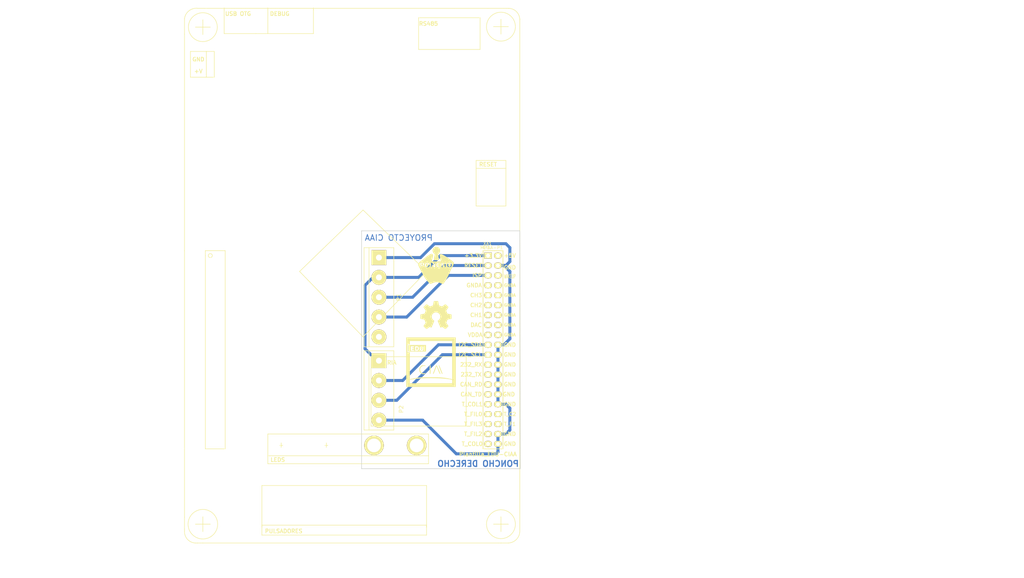
<source format=kicad_pcb>
(kicad_pcb (version 4) (host pcbnew "(2015-08-26 BZR 6128)-product")

  (general
    (links 17)
    (no_connects 0)
    (area 109.779999 74.854999 150.570001 135.965001)
    (thickness 1.6)
    (drawings 36)
    (tracks 49)
    (zones 0)
    (modules 9)
    (nets 7)
  )

  (page A4)
  (title_block
    (title "Poncho Derecho - Modelo - Ejemplo - Template")
    (date 2015-10-06)
    (rev 1.0)
    (company "Proyecto CIAA - COMPUTADORA INDUSTRIAL ABIERTA ARGENTINA")
    (comment 1 https://github.com/ciaa/Ponchos/tree/master/modelos/doc)
    (comment 2 "Autores y Licencia del template (Diego Brengi - UNLaM)")
    (comment 3 "Autor del poncho (COMPLETAR NOMBRE Y APELLIDO). Ver directorio \"doc\"")
    (comment 4 "CÓDIGO PONCHO:")
  )

  (layers
    (0 F.Cu signal)
    (31 B.Cu signal)
    (32 B.Adhes user)
    (33 F.Adhes user)
    (34 B.Paste user)
    (35 F.Paste user)
    (36 B.SilkS user)
    (37 F.SilkS user)
    (38 B.Mask user)
    (39 F.Mask user)
    (40 Dwgs.User user)
    (41 Cmts.User user)
    (42 Eco1.User user)
    (43 Eco2.User user)
    (44 Edge.Cuts user)
    (45 Margin user)
    (46 B.CrtYd user)
    (47 F.CrtYd user)
    (48 B.Fab user)
    (49 F.Fab user)
  )

  (setup
    (last_trace_width 0.762)
    (user_trace_width 0.508)
    (user_trace_width 0.635)
    (user_trace_width 0.762)
    (user_trace_width 1.016)
    (user_trace_width 1.27)
    (user_trace_width 1.524)
    (trace_clearance 0.508)
    (zone_clearance 0.508)
    (zone_45_only no)
    (trace_min 0.2)
    (segment_width 0.2)
    (edge_width 0.15)
    (via_size 0.6)
    (via_drill 0.4)
    (via_min_size 0.4)
    (via_min_drill 0.3)
    (uvia_size 0.3)
    (uvia_drill 0.1)
    (uvias_allowed no)
    (uvia_min_size 0)
    (uvia_min_drill 0)
    (pcb_text_width 0.3)
    (pcb_text_size 1.5 1.5)
    (mod_edge_width 0.15)
    (mod_text_size 0.000001 0.000001)
    (mod_text_width 0.15)
    (pad_size 5 5)
    (pad_drill 3.5)
    (pad_to_mask_clearance 0.2)
    (aux_axis_origin 0 0)
    (visible_elements 7FFEFF7F)
    (pcbplotparams
      (layerselection 0x00020_80000000)
      (usegerberextensions false)
      (excludeedgelayer false)
      (linewidth 0.100000)
      (plotframeref false)
      (viasonmask false)
      (mode 1)
      (useauxorigin false)
      (hpglpennumber 1)
      (hpglpenspeed 20)
      (hpglpendiameter 15)
      (hpglpenoverlay 2)
      (psnegative false)
      (psa4output false)
      (plotreference true)
      (plotvalue false)
      (plotinvisibletext false)
      (padsonsilk false)
      (subtractmaskfromsilk false)
      (outputformat 1)
      (mirror false)
      (drillshape 0)
      (scaleselection 1)
      (outputdirectory ""))
  )

  (net 0 "")
  (net 1 "Net-(P1-Pad3)")
  (net 2 "Net-(P1-Pad4)")
  (net 3 GND)
  (net 4 "Net-(P2-Pad2)")
  (net 5 "Net-(P2-Pad3)")
  (net 6 +3.3V)

  (net_class Default "This is the default net class."
    (clearance 0.508)
    (trace_width 0.381)
    (via_dia 0.6)
    (via_drill 0.4)
    (uvia_dia 0.3)
    (uvia_drill 0.1)
    (add_net +3.3V)
    (add_net GND)
    (add_net "Net-(P1-Pad3)")
    (add_net "Net-(P1-Pad4)")
    (add_net "Net-(P2-Pad2)")
    (add_net "Net-(P2-Pad3)")
  )

  (module Poncho_Modelos:bornier5 (layer F.Cu) (tedit 0) (tstamp 560EDCAD)
    (at 114.3 91.948 270)
    (descr "Bornier d'alimentation 4 pins")
    (tags DEV)
    (path /560ED139)
    (fp_text reference P1 (at 0 -5.08 270) (layer F.SilkS)
      (effects (font (size 1 1) (thickness 0.15)))
    )
    (fp_text value CONN_4 (at 0 5.08 270) (layer F.Fab)
      (effects (font (size 1 1) (thickness 0.15)))
    )
    (fp_line (start -12.7 3.81) (end 12.7 3.81) (layer F.SilkS) (width 0.15))
    (fp_line (start -12.7 2.54) (end 12.7 2.54) (layer F.SilkS) (width 0.15))
    (fp_line (start -12.7 -3.81) (end 12.7 -3.81) (layer F.SilkS) (width 0.15))
    (fp_line (start 12.7 -3.81) (end 12.7 3.81) (layer F.SilkS) (width 0.15))
    (fp_line (start -12.7 -3.81) (end -12.7 3.81) (layer F.SilkS) (width 0.15))
    (pad 2 thru_hole circle (at -5.08 0 270) (size 3.81 3.81) (drill 1.524) (layers *.Cu *.Mask F.SilkS)
      (net 6 +3.3V))
    (pad 3 thru_hole circle (at 0 0 270) (size 3.81 3.81) (drill 1.524) (layers *.Cu *.Mask F.SilkS)
      (net 1 "Net-(P1-Pad3)"))
    (pad 1 thru_hole rect (at -10.16 0 270) (size 3.81 3.81) (drill 1.524) (layers *.Cu *.Mask F.SilkS)
      (net 3 GND))
    (pad 4 thru_hole circle (at 5.08 0 270) (size 3.81 3.81) (drill 1.524) (layers *.Cu *.Mask F.SilkS)
      (net 2 "Net-(P1-Pad4)"))
    (pad 5 thru_hole circle (at 10.16 0 270) (size 3.81 3.81) (drill 1.524) (layers *.Cu *.Mask F.SilkS))
    (model Connect.3dshapes/bornier5.wrl
      (at (xyz 0 0 0))
      (scale (xyz 1 1 1))
      (rotate (xyz 0 0 0))
    )
  )

  (module Poncho_Modelos:bornier4 (layer F.Cu) (tedit 561350CE) (tstamp 560EDCBA)
    (at 114.3 115.824 270)
    (descr "Bornier d'alimentation 4 pins")
    (tags DEV)
    (path /560ED17A)
    (fp_text reference P2 (at 4.826 -5.715 270) (layer F.SilkS)
      (effects (font (size 1 1) (thickness 0.15)))
    )
    (fp_text value CONN_4 (at 0 5.08 270) (layer F.Fab)
      (effects (font (size 1 1) (thickness 0.15)))
    )
    (fp_line (start -10.16 -3.81) (end -10.16 3.81) (layer F.SilkS) (width 0.15))
    (fp_line (start 10.16 3.81) (end 10.16 -3.81) (layer F.SilkS) (width 0.15))
    (fp_line (start 10.16 2.54) (end -10.16 2.54) (layer F.SilkS) (width 0.15))
    (fp_line (start -10.16 -3.81) (end 10.16 -3.81) (layer F.SilkS) (width 0.15))
    (fp_line (start -10.16 3.81) (end 10.16 3.81) (layer F.SilkS) (width 0.15))
    (pad 2 thru_hole circle (at -2.54 0 270) (size 3.81 3.81) (drill 1.524) (layers *.Cu *.Mask F.SilkS)
      (net 4 "Net-(P2-Pad2)"))
    (pad 3 thru_hole circle (at 2.54 0 270) (size 3.81 3.81) (drill 1.524) (layers *.Cu *.Mask F.SilkS)
      (net 5 "Net-(P2-Pad3)"))
    (pad 1 thru_hole rect (at -7.62 0 270) (size 3.81 3.81) (drill 1.524) (layers *.Cu *.Mask F.SilkS)
      (net 6 +3.3V))
    (pad 4 thru_hole circle (at 7.62 0 270) (size 3.81 3.81) (drill 1.524) (layers *.Cu *.Mask F.SilkS)
      (net 3 GND))
    (model Connect.3dshapes/bornier4.wrl
      (at (xyz 0 0 0))
      (scale (xyz 1 1 1))
      (rotate (xyz 0 0 0))
    )
  )

  (module Poncho_Modelos:Led_Hole (layer F.Cu) (tedit 5613342C) (tstamp 56133650)
    (at 113.03 129.921)
    (path /5613C419)
    (fp_text reference H1 (at 0.127 3.937) (layer F.SilkS) hide
      (effects (font (size 1 1) (thickness 0.15)))
    )
    (fp_text value PCB_HOLE (at 0.127 -3.429) (layer Dwgs.User) hide
      (effects (font (size 1 1) (thickness 0.15)))
    )
    (pad 1 thru_hole circle (at 0 0) (size 5 5) (drill 3.5) (layers *.Cu *.Mask F.SilkS))
  )

  (module Poncho_Modelos:Led_Hole (layer F.Cu) (tedit 5613342C) (tstamp 56133655)
    (at 123.952 129.921)
    (path /5613C2CE)
    (fp_text reference H2 (at 0.127 3.937) (layer F.SilkS) hide
      (effects (font (size 1 1) (thickness 0.15)))
    )
    (fp_text value PCB_HOLE (at 0.127 -3.429) (layer Dwgs.User) hide
      (effects (font (size 1 1) (thickness 0.15)))
    )
    (pad 1 thru_hole circle (at 0 0) (size 5 5) (drill 3.5) (layers *.Cu *.Mask F.SilkS))
  )

  (module Poncho_Esqueleto:Plantilla_EDU-CIAA locked (layer F.Cu) (tedit 56133CC8) (tstamp 56133CAC)
    (at 142.24 81.28)
    (tags "plantilla poncho EDU CIAA")
    (fp_text reference MP1 (at -0.762 -2.032) (layer F.SilkS)
      (effects (font (size 0.8 0.8) (thickness 0.12)))
    )
    (fp_text value Plantilla_EDU-CIAA (at -0.03 50.9) (layer F.SilkS)
      (effects (font (size 1.016 1.016) (thickness 0.2032)))
    )
    (fp_circle (center -71.12 0) (end -70.612 0) (layer F.SilkS) (width 0.15))
    (fp_line (start -30.099 48.641) (end -30.226 48.641) (layer F.SilkS) (width 0.15))
    (fp_line (start -29.845 48.641) (end -30.099 48.641) (layer F.SilkS) (width 0.15))
    (fp_line (start -29.845 48.641) (end -29.464 48.641) (layer F.SilkS) (width 0.15))
    (fp_line (start -29.845 48.641) (end -29.845 49.149) (layer F.SilkS) (width 0.15))
    (fp_line (start -29.845 48.641) (end -29.845 48.006) (layer F.SilkS) (width 0.15))
    (fp_line (start -52.959 48.133) (end -52.959 48.006) (layer F.SilkS) (width 0.15))
    (fp_line (start -52.959 48.641) (end -53.34 48.641) (layer F.SilkS) (width 0.15))
    (fp_line (start -52.959 48.641) (end -52.578 48.641) (layer F.SilkS) (width 0.15))
    (fp_line (start -52.959 48.641) (end -52.959 49.149) (layer F.SilkS) (width 0.15))
    (fp_line (start -52.959 48.641) (end -52.959 48.133) (layer F.SilkS) (width 0.15))
    (fp_line (start -41.656 48.641) (end -41.783 48.641) (layer F.SilkS) (width 0.15))
    (fp_line (start -41.402 48.641) (end -41.656 48.641) (layer F.SilkS) (width 0.15))
    (fp_line (start -41.402 48.641) (end -41.021 48.641) (layer F.SilkS) (width 0.15))
    (fp_line (start -41.402 48.641) (end -41.402 49.149) (layer F.SilkS) (width 0.15))
    (fp_line (start -41.402 48.641) (end -41.402 48.006) (layer F.SilkS) (width 0.15))
    (fp_line (start -18.288 48.641) (end -18.669 48.641) (layer F.SilkS) (width 0.15))
    (fp_line (start -18.288 48.641) (end -17.907 48.641) (layer F.SilkS) (width 0.15))
    (fp_line (start -18.288 48.641) (end -18.288 49.149) (layer F.SilkS) (width 0.15))
    (fp_line (start -18.288 48.641) (end -18.288 48.006) (layer F.SilkS) (width 0.15))
    (fp_line (start -73.025 68.834) (end -74.93 68.834) (layer F.SilkS) (width 0.15))
    (fp_line (start -73.025 68.834) (end -71.12 68.834) (layer F.SilkS) (width 0.15))
    (fp_line (start -73.025 68.834) (end -73.025 70.739) (layer F.SilkS) (width 0.15))
    (fp_line (start -73.025 68.834) (end -73.025 66.929) (layer F.SilkS) (width 0.15))
    (fp_circle (center -73.025 68.834) (end -72.136 65.151) (layer F.SilkS) (width 0.15))
    (fp_circle (center 3.302 68.834) (end 6.858 69.85) (layer F.SilkS) (width 0.15))
    (fp_line (start 3.302 68.834) (end 5.207 68.834) (layer F.SilkS) (width 0.15))
    (fp_line (start 3.302 68.834) (end 1.397 68.834) (layer F.SilkS) (width 0.15))
    (fp_line (start 3.302 68.834) (end 3.302 70.739) (layer F.SilkS) (width 0.15))
    (fp_line (start 3.302 68.834) (end 3.302 66.929) (layer F.SilkS) (width 0.15))
    (fp_line (start 3.302 -58.674) (end 1.397 -58.674) (layer F.SilkS) (width 0.15))
    (fp_line (start 3.302 -58.674) (end 5.207 -58.674) (layer F.SilkS) (width 0.15))
    (fp_line (start 3.302 -58.674) (end 3.302 -56.769) (layer F.SilkS) (width 0.15))
    (fp_line (start 3.302 -58.674) (end 3.302 -60.579) (layer F.SilkS) (width 0.15))
    (fp_circle (center 3.302 -58.674) (end 6.731 -57.277) (layer F.SilkS) (width 0.15))
    (fp_circle (center -73.025 -58.547) (end -69.469 -59.563) (layer F.SilkS) (width 0.15))
    (fp_line (start -73.025 -58.547) (end -74.93 -58.547) (layer F.SilkS) (width 0.15))
    (fp_line (start -73.025 -58.547) (end -71.12 -58.547) (layer F.SilkS) (width 0.15))
    (fp_line (start -73.025 -58.547) (end -73.025 -56.642) (layer F.SilkS) (width 0.15))
    (fp_line (start -73.025 -58.547) (end -73.025 -60.452) (layer F.SilkS) (width 0.15))
    (fp_circle (center 0 0) (end 0.508 0) (layer F.SilkS) (width 0.15))
    (fp_line (start -72.136 -45.72) (end -70.104 -45.72) (layer F.SilkS) (width 0.15))
    (fp_line (start -70.104 -45.72) (end -70.104 -52.324) (layer F.SilkS) (width 0.15))
    (fp_line (start -70.104 -52.324) (end -72.136 -52.324) (layer F.SilkS) (width 0.15))
    (fp_text user GND (at -74.168 -50.292) (layer F.SilkS)
      (effects (font (size 1 1) (thickness 0.2)))
    )
    (fp_text user +V (at -74.168 -47.244) (layer F.SilkS)
      (effects (font (size 1 1) (thickness 0.2)))
    )
    (fp_line (start -76.2 -45.72) (end -72.136 -45.72) (layer F.SilkS) (width 0.15))
    (fp_line (start -72.136 -45.72) (end -72.136 -52.324) (layer F.SilkS) (width 0.15))
    (fp_line (start -72.136 -52.324) (end -76.2 -52.324) (layer F.SilkS) (width 0.15))
    (fp_line (start -76.2 -52.324) (end -76.2 -45.72) (layer F.SilkS) (width 0.15))
    (fp_text user DEBUG (at -53.34 -61.976) (layer F.SilkS)
      (effects (font (size 1 1) (thickness 0.2)))
    )
    (fp_text user "USB OTG" (at -64.008 -61.976) (layer F.SilkS)
      (effects (font (size 1 1) (thickness 0.2)))
    )
    (fp_line (start -56.388 -56.896) (end -56.388 -63.5) (layer F.SilkS) (width 0.15))
    (fp_line (start -44.704 -62.992) (end -44.704 -63.5) (layer F.SilkS) (width 0.15))
    (fp_line (start -67.564 -56.896) (end -67.564 -62.992) (layer F.SilkS) (width 0.15))
    (fp_line (start -67.564 -62.992) (end -67.564 -63.5) (layer F.SilkS) (width 0.15))
    (fp_line (start -44.704 -62.992) (end -44.704 -56.896) (layer F.SilkS) (width 0.15))
    (fp_line (start -44.704 -56.896) (end -59.436 -56.896) (layer F.SilkS) (width 0.15))
    (fp_line (start -67.564 -56.896) (end -59.436 -56.896) (layer F.SilkS) (width 0.15))
    (fp_text user RS485 (at -15.24 -59.436) (layer F.SilkS)
      (effects (font (size 1 1) (thickness 0.2)))
    )
    (fp_line (start -17.78 -52.832) (end -2.032 -52.832) (layer F.SilkS) (width 0.15))
    (fp_line (start -2.032 -52.832) (end -2.032 -60.96) (layer F.SilkS) (width 0.15))
    (fp_line (start -2.032 -60.96) (end -17.78 -60.96) (layer F.SilkS) (width 0.15))
    (fp_line (start -17.78 -60.96) (end -17.78 -52.832) (layer F.SilkS) (width 0.15))
    (fp_line (start -32.004 20.828) (end -48.26 4.064) (layer F.SilkS) (width 0.15))
    (fp_line (start -48.26 4.064) (end -32.004 -11.684) (layer F.SilkS) (width 0.15))
    (fp_line (start -32.004 -11.684) (end -15.748 4.064) (layer F.SilkS) (width 0.15))
    (fp_line (start -15.748 4.064) (end -32.004 20.828) (layer F.SilkS) (width 0.15))
    (fp_text user RESET (at 0 -23.368) (layer F.SilkS)
      (effects (font (size 1 1) (thickness 0.2)))
    )
    (fp_line (start -57.912 71.628) (end -57.912 69.088) (layer F.SilkS) (width 0.15))
    (fp_line (start -57.912 71.628) (end -15.748 71.628) (layer F.SilkS) (width 0.15))
    (fp_line (start -15.748 71.628) (end -15.748 69.088) (layer F.SilkS) (width 0.15))
    (fp_line (start -57.912 69.088) (end -15.748 69.088) (layer F.SilkS) (width 0.15))
    (fp_line (start -56.388 53.34) (end -56.388 51.308) (layer F.SilkS) (width 0.15))
    (fp_line (start -56.388 53.34) (end -15.24 53.34) (layer F.SilkS) (width 0.15))
    (fp_line (start -15.24 53.34) (end -15.24 51.308) (layer F.SilkS) (width 0.15))
    (fp_line (start 4.572 -22.352) (end -3.048 -22.352) (layer F.SilkS) (width 0.15))
    (fp_line (start -3.048 -12.7) (end 4.572 -12.7) (layer F.SilkS) (width 0.15))
    (fp_line (start 4.572 -12.7) (end 4.572 -24.384) (layer F.SilkS) (width 0.15))
    (fp_line (start 4.572 -24.384) (end -3.048 -24.384) (layer F.SilkS) (width 0.15))
    (fp_line (start -3.048 -24.384) (end -3.048 -12.7) (layer F.SilkS) (width 0.15))
    (fp_text user BATERIA (at -26.416 27.432) (layer F.SilkS)
      (effects (font (size 1 1) (thickness 0.2)))
    )
    (fp_line (start -29.972 43.688) (end -5.588 43.688) (layer F.SilkS) (width 0.15))
    (fp_line (start -5.588 43.688) (end -5.588 25.908) (layer F.SilkS) (width 0.15))
    (fp_line (start -5.588 25.908) (end -29.972 25.908) (layer F.SilkS) (width 0.15))
    (fp_line (start -29.972 25.908) (end -29.972 43.688) (layer F.SilkS) (width 0.15))
    (fp_text user LEDS (at -53.848 52.324) (layer F.SilkS)
      (effects (font (size 1 1) (thickness 0.2)))
    )
    (fp_line (start -56.388 51.308) (end -15.24 51.308) (layer F.SilkS) (width 0.15))
    (fp_line (start -15.24 51.308) (end -15.24 45.72) (layer F.SilkS) (width 0.15))
    (fp_line (start -15.24 45.72) (end -56.388 45.72) (layer F.SilkS) (width 0.15))
    (fp_line (start -56.388 45.72) (end -56.388 51.308) (layer F.SilkS) (width 0.15))
    (fp_text user PULSADORES (at -52.324 70.612) (layer F.SilkS)
      (effects (font (size 1 1) (thickness 0.2)))
    )
    (fp_line (start -15.748 69.596) (end -15.748 58.928) (layer F.SilkS) (width 0.15))
    (fp_line (start -15.748 58.928) (end -57.912 58.928) (layer F.SilkS) (width 0.15))
    (fp_line (start -57.912 58.928) (end -57.912 69.596) (layer F.SilkS) (width 0.15))
    (fp_line (start -77.724 49.276) (end -77.724 -1.27) (layer F.SilkS) (width 0.15))
    (fp_arc (start -74.803 70.739) (end -74.93 73.66) (angle 90) (layer F.SilkS) (width 0.15))
    (fp_arc (start 5.08 70.612) (end 8.128 70.485) (angle 90) (layer F.SilkS) (width 0.15))
    (fp_arc (start 5.207 -60.452) (end 5.207 -63.373) (angle 90) (layer F.SilkS) (width 0.15))
    (fp_line (start -77.724 -60.706) (end -77.724 -56.769) (layer F.SilkS) (width 0.15))
    (fp_line (start -72.263 -63.373) (end -74.295 -63.373) (layer F.SilkS) (width 0.15))
    (fp_arc (start -74.676 -60.325) (end -77.724 -60.706) (angle 90) (layer F.SilkS) (width 0.15))
    (fp_line (start 5.461 -63.373) (end 4.826 -63.373) (layer F.SilkS) (width 0.15))
    (fp_line (start 8.128 -60.579) (end 8.128 -60.706) (layer F.SilkS) (width 0.15))
    (fp_line (start 8.128 -60.706) (end 8.128 -60.452) (layer F.SilkS) (width 0.15))
    (fp_line (start 3.937 -63.373) (end 4.826 -63.373) (layer F.SilkS) (width 0.15))
    (fp_line (start 0 -63.373) (end 3.937 -63.373) (layer F.SilkS) (width 0.15))
    (fp_line (start 8.128 -58.293) (end 8.128 -60.579) (layer F.SilkS) (width 0.15))
    (fp_line (start 0 -63.373) (end -8.636 -63.373) (layer F.SilkS) (width 0.15))
    (fp_line (start -8.636 -63.373) (end -72.136 -63.373) (layer F.SilkS) (width 0.15))
    (fp_line (start -77.724 -1.27) (end -77.724 -56.769) (layer F.SilkS) (width 0.15))
    (fp_line (start 8.128 -1.27) (end 8.128 -10.16) (layer F.SilkS) (width 0.15))
    (fp_line (start 8.128 -10.16) (end 8.128 -27.432) (layer F.SilkS) (width 0.15))
    (fp_line (start 8.128 -27.432) (end 8.128 -48.26) (layer F.SilkS) (width 0.15))
    (fp_line (start 8.128 -48.26) (end 8.128 -55.499) (layer F.SilkS) (width 0.15))
    (fp_line (start 8.128 -55.499) (end 8.128 -58.293) (layer F.SilkS) (width 0.15))
    (fp_line (start -77.724 70.612) (end -77.724 70.104) (layer F.SilkS) (width 0.15))
    (fp_line (start -74.422 73.66) (end -74.93 73.66) (layer F.SilkS) (width 0.15))
    (fp_line (start -73.025 73.66) (end -74.422 73.66) (layer F.SilkS) (width 0.15))
    (fp_line (start -77.724 67.056) (end -77.724 70.104) (layer F.SilkS) (width 0.15))
    (fp_line (start 3.302 73.66) (end 5.207 73.66) (layer F.SilkS) (width 0.15))
    (fp_line (start 8.128 66.802) (end 8.128 70.485) (layer F.SilkS) (width 0.15))
    (fp_line (start 8.128 49.403) (end 8.128 66.802) (layer F.SilkS) (width 0.15))
    (fp_line (start -77.724 49.403) (end -77.724 67.056) (layer F.SilkS) (width 0.15))
    (fp_line (start 3.302 73.66) (end -73.025 73.66) (layer F.SilkS) (width 0.15))
    (fp_line (start 8.128 0) (end 8.128 -1.27) (layer F.SilkS) (width 0.15))
    (fp_line (start 8.128 0) (end 8.128 49.53) (layer F.SilkS) (width 0.15))
    (fp_line (start -72.39 0) (end -72.39 -1.27) (layer F.SilkS) (width 0.15))
    (fp_line (start -72.39 -1.27) (end -67.31 -1.27) (layer F.SilkS) (width 0.15))
    (fp_line (start -67.31 -1.27) (end -67.31 49.53) (layer F.SilkS) (width 0.15))
    (fp_line (start -67.31 49.53) (end -72.39 49.53) (layer F.SilkS) (width 0.15))
    (fp_line (start -72.39 49.53) (end -72.39 0) (layer F.SilkS) (width 0.15))
    (fp_line (start -1.27 49.53) (end -1.27 -1.27) (layer F.SilkS) (width 0.15))
    (fp_line (start 3.81 49.53) (end 3.81 -1.27) (layer F.SilkS) (width 0.15))
    (fp_line (start 3.81 49.53) (end -1.27 49.53) (layer F.SilkS) (width 0.15))
    (fp_line (start 3.81 -1.27) (end -1.27 -1.27) (layer F.SilkS) (width 0.15))
  )

  (module Poncho_Esqueleto:Conn_Poncho_Derecha locked (layer F.Cu) (tedit 5612F7EE) (tstamp 56134922)
    (at 142.24 81.28)
    (tags "CONN Poncho")
    (path /560E5596)
    (fp_text reference XA1 (at -0.127 -3.048) (layer F.SilkS)
      (effects (font (size 0.8 0.8) (thickness 0.12)))
    )
    (fp_text value Conn_PonchoMP_2x_20x2 (at -1.905 51.181) (layer F.SilkS) hide
      (effects (font (size 1.016 1.016) (thickness 0.2032)))
    )
    (fp_line (start -32.385 54.61) (end 8.255 54.61) (layer Dwgs.User) (width 0.15))
    (fp_line (start -32.385 -6.35) (end 8.255 -6.35) (layer Dwgs.User) (width 0.15))
    (fp_line (start -32.385 54.61) (end -32.385 -6.35) (layer Dwgs.User) (width 0.15))
    (fp_line (start 8.255 54.61) (end 8.255 -6.35) (layer Dwgs.User) (width 0.15))
    (fp_text user GND (at 5.588 48.26) (layer F.SilkS)
      (effects (font (size 1 1) (thickness 0.2)))
    )
    (fp_text user GND (at 5.588 45.72) (layer F.SilkS)
      (effects (font (size 1 1) (thickness 0.2)))
    )
    (fp_text user T_F1 (at 5.588 43.18) (layer F.SilkS)
      (effects (font (size 0.9 0.9) (thickness 0.18)))
    )
    (fp_text user T_C2 (at 5.588 40.64) (layer F.SilkS)
      (effects (font (size 0.9 0.9) (thickness 0.18)))
    )
    (fp_text user GND (at 5.588 38.1) (layer F.SilkS)
      (effects (font (size 1 1) (thickness 0.2)))
    )
    (fp_text user GND (at 5.334 35.56) (layer F.SilkS)
      (effects (font (size 1 1) (thickness 0.2)))
    )
    (fp_text user GND (at 5.588 33.02) (layer F.SilkS)
      (effects (font (size 1 1) (thickness 0.2)))
    )
    (fp_text user GND (at 5.588 30.48) (layer F.SilkS)
      (effects (font (size 1 1) (thickness 0.2)))
    )
    (fp_text user GND (at 5.588 27.94) (layer F.SilkS)
      (effects (font (size 1 1) (thickness 0.2)))
    )
    (fp_text user GND (at 5.588 25.4) (layer F.SilkS)
      (effects (font (size 1 1) (thickness 0.2)))
    )
    (fp_text user GND (at 5.588 22.86) (layer F.SilkS)
      (effects (font (size 1 1) (thickness 0.2)))
    )
    (fp_text user GNDA (at 5.588 20.32) (layer F.SilkS)
      (effects (font (size 0.76 0.76) (thickness 0.19)))
    )
    (fp_text user GNDA (at 5.588 17.78) (layer F.SilkS)
      (effects (font (size 0.76 0.76) (thickness 0.19)))
    )
    (fp_text user GNDA (at 5.588 15.24) (layer F.SilkS)
      (effects (font (size 0.76 0.76) (thickness 0.19)))
    )
    (fp_text user GNDA (at 5.588 12.7) (layer F.SilkS)
      (effects (font (size 0.76 0.76) (thickness 0.19)))
    )
    (fp_text user GNDA (at 5.588 10.16) (layer F.SilkS)
      (effects (font (size 0.76 0.76) (thickness 0.19)))
    )
    (fp_text user GNDA (at 5.588 7.62) (layer F.SilkS)
      (effects (font (size 0.76 0.76) (thickness 0.19)))
    )
    (fp_text user WAKEUP (at 5.588 5.334) (layer F.SilkS)
      (effects (font (size 1 0.5) (thickness 0.125)))
    )
    (fp_text user GND (at 5.588 3.048) (layer F.SilkS)
      (effects (font (size 1 1) (thickness 0.2)))
    )
    (fp_text user +5V (at 5.588 0) (layer F.SilkS)
      (effects (font (size 1 1) (thickness 0.2)))
    )
    (fp_text user T_COL0 (at -4.064 48.26) (layer F.SilkS)
      (effects (font (size 1 1) (thickness 0.2)))
    )
    (fp_text user T_FIL2 (at -3.81 45.72) (layer F.SilkS)
      (effects (font (size 1 1) (thickness 0.2)))
    )
    (fp_text user T_FIL3 (at -3.81 43.18) (layer F.SilkS)
      (effects (font (size 1 1) (thickness 0.2)))
    )
    (fp_text user T_FIL0 (at -3.81 40.64) (layer F.SilkS)
      (effects (font (size 1 1) (thickness 0.2)))
    )
    (fp_text user T_COL1 (at -4.064 38.1) (layer F.SilkS)
      (effects (font (size 1 1) (thickness 0.2)))
    )
    (fp_text user CAN_TD (at -4.318 35.56) (layer F.SilkS)
      (effects (font (size 1 1) (thickness 0.2)))
    )
    (fp_text user CAN_RD (at -4.318 33.02) (layer F.SilkS)
      (effects (font (size 1 1) (thickness 0.2)))
    )
    (fp_text user 232_TX (at -4.318 30.48) (layer F.SilkS)
      (effects (font (size 1 1) (thickness 0.2)))
    )
    (fp_text user 232_RX (at -4.318 27.94) (layer F.SilkS)
      (effects (font (size 1 1) (thickness 0.2)))
    )
    (fp_text user I2C_SCL (at -4.572 25.4) (layer F.SilkS)
      (effects (font (size 1 1) (thickness 0.2)))
    )
    (fp_text user I2C_SDA (at -4.572 22.86) (layer F.SilkS)
      (effects (font (size 1 1) (thickness 0.2)))
    )
    (fp_text user VDDA (at -3.302 20.32) (layer F.SilkS)
      (effects (font (size 1 1) (thickness 0.2)))
    )
    (fp_text user DAC (at -3.048 17.78) (layer F.SilkS)
      (effects (font (size 1 1) (thickness 0.2)))
    )
    (fp_text user CH1 (at -3.048 15.24) (layer F.SilkS)
      (effects (font (size 1 1) (thickness 0.2)))
    )
    (fp_text user CH2 (at -3.048 12.7) (layer F.SilkS)
      (effects (font (size 1 1) (thickness 0.2)))
    )
    (fp_text user CH3 (at -3.048 10.16) (layer F.SilkS)
      (effects (font (size 1 1) (thickness 0.2)))
    )
    (fp_text user GNDA (at -3.556 7.62) (layer F.SilkS)
      (effects (font (size 1 1) (thickness 0.2)))
    )
    (fp_text user ISP (at -2.794 5.08) (layer F.SilkS)
      (effects (font (size 1 1) (thickness 0.2)))
    )
    (fp_text user RESET (at -3.81 2.54) (layer F.SilkS)
      (effects (font (size 1 1) (thickness 0.2)))
    )
    (fp_text user CIAA-P1 (at 1.27 -2.032) (layer F.SilkS)
      (effects (font (size 0.8 0.8) (thickness 0.12)))
    )
    (fp_text user +3.3V (at -3.81 0) (layer F.SilkS)
      (effects (font (size 1 1) (thickness 0.2)))
    )
    (fp_line (start -1.27 49.53) (end -1.27 -1.27) (layer F.SilkS) (width 0.15))
    (fp_line (start 3.81 49.53) (end 3.81 -1.27) (layer F.SilkS) (width 0.15))
    (fp_line (start 3.81 49.53) (end -1.27 49.53) (layer F.SilkS) (width 0.15))
    (fp_line (start 3.81 -1.27) (end -1.27 -1.27) (layer F.SilkS) (width 0.15))
    (pad 1 thru_hole rect (at 0 0 270) (size 1.524 2) (drill 1.016) (layers *.Cu *.Mask F.SilkS)
      (net 6 +3.3V))
    (pad 2 thru_hole oval (at 2.54 0 270) (size 1.524 2) (drill 1.016) (layers *.Cu *.Mask F.SilkS))
    (pad 11 thru_hole oval (at 0 12.7 270) (size 1.524 2) (drill 1.016) (layers *.Cu *.Mask F.SilkS))
    (pad 4 thru_hole oval (at 2.54 2.54 270) (size 1.524 2) (drill 1.016) (layers *.Cu *.Mask F.SilkS)
      (net 3 GND))
    (pad 13 thru_hole oval (at 0 15.24 270) (size 1.524 2) (drill 1.016) (layers *.Cu *.Mask F.SilkS))
    (pad 6 thru_hole oval (at 2.54 5.08 270) (size 1.524 2) (drill 1.016) (layers *.Cu *.Mask F.SilkS))
    (pad 15 thru_hole oval (at 0 17.78 270) (size 1.524 2) (drill 1.016) (layers *.Cu *.Mask F.SilkS))
    (pad 8 thru_hole oval (at 2.54 7.62 270) (size 1.524 2) (drill 1.016) (layers *.Cu *.Mask F.SilkS))
    (pad 17 thru_hole oval (at 0 20.32 270) (size 1.524 2) (drill 1.016) (layers *.Cu *.Mask F.SilkS))
    (pad 10 thru_hole oval (at 2.54 10.16 270) (size 1.524 2) (drill 1.016) (layers *.Cu *.Mask F.SilkS))
    (pad 19 thru_hole oval (at 0 22.86 270) (size 1.524 2) (drill 1.016) (layers *.Cu *.Mask F.SilkS)
      (net 4 "Net-(P2-Pad2)"))
    (pad 12 thru_hole oval (at 2.54 12.7 270) (size 1.524 2) (drill 1.016) (layers *.Cu *.Mask F.SilkS))
    (pad 21 thru_hole oval (at 0 25.4 270) (size 1.524 2) (drill 1.016) (layers *.Cu *.Mask F.SilkS)
      (net 5 "Net-(P2-Pad3)"))
    (pad 14 thru_hole oval (at 2.54 15.24 270) (size 1.524 2) (drill 1.016) (layers *.Cu *.Mask F.SilkS))
    (pad 23 thru_hole oval (at 0 27.94 270) (size 1.524 2) (drill 1.016) (layers *.Cu *.Mask F.SilkS))
    (pad 16 thru_hole oval (at 2.54 17.78 270) (size 1.524 2) (drill 1.016) (layers *.Cu *.Mask F.SilkS))
    (pad 25 thru_hole oval (at 0 30.48 270) (size 1.524 2) (drill 1.016) (layers *.Cu *.Mask F.SilkS))
    (pad 18 thru_hole oval (at 2.54 20.32 270) (size 1.524 2) (drill 1.016) (layers *.Cu *.Mask F.SilkS))
    (pad 27 thru_hole oval (at 0 33.02 270) (size 1.524 2) (drill 1.016) (layers *.Cu *.Mask F.SilkS))
    (pad 20 thru_hole oval (at 2.54 22.86 270) (size 1.524 2) (drill 1.016) (layers *.Cu *.Mask F.SilkS)
      (net 3 GND))
    (pad 29 thru_hole oval (at 0 35.56 270) (size 1.524 2) (drill 1.016) (layers *.Cu *.Mask F.SilkS))
    (pad 22 thru_hole oval (at 2.54 25.4 270) (size 1.524 2) (drill 1.016) (layers *.Cu *.Mask F.SilkS)
      (net 3 GND))
    (pad 31 thru_hole oval (at 0 38.1 270) (size 1.524 2) (drill 1.016) (layers *.Cu *.Mask F.SilkS))
    (pad 24 thru_hole oval (at 2.54 27.94 270) (size 1.524 2) (drill 1.016) (layers *.Cu *.Mask F.SilkS)
      (net 3 GND))
    (pad 26 thru_hole oval (at 2.54 30.48 270) (size 1.524 2) (drill 1.016) (layers *.Cu *.Mask F.SilkS)
      (net 3 GND))
    (pad 33 thru_hole oval (at 0 40.64 270) (size 1.524 2) (drill 1.016) (layers *.Cu *.Mask F.SilkS))
    (pad 28 thru_hole oval (at 2.54 33.02 270) (size 1.524 2) (drill 1.016) (layers *.Cu *.Mask F.SilkS)
      (net 3 GND))
    (pad 32 thru_hole oval (at 2.54 38.1 270) (size 1.524 2) (drill 1.016) (layers *.Cu *.Mask F.SilkS)
      (net 3 GND))
    (pad 34 thru_hole oval (at 2.54 40.64 270) (size 1.524 2) (drill 1.016) (layers *.Cu *.Mask F.SilkS))
    (pad 36 thru_hole oval (at 2.54 43.18 270) (size 1.524 2) (drill 1.016) (layers *.Cu *.Mask F.SilkS))
    (pad 38 thru_hole oval (at 2.54 45.72 270) (size 1.524 2) (drill 1.016) (layers *.Cu *.Mask F.SilkS)
      (net 3 GND))
    (pad 35 thru_hole oval (at 0 43.18 270) (size 1.524 2) (drill 1.016) (layers *.Cu *.Mask F.SilkS))
    (pad 37 thru_hole oval (at 0 45.72 270) (size 1.524 2) (drill 1.016) (layers *.Cu *.Mask F.SilkS))
    (pad 3 thru_hole oval (at 0 2.54 270) (size 1.524 2) (drill 1.016) (layers *.Cu *.Mask F.SilkS)
      (net 1 "Net-(P1-Pad3)"))
    (pad 5 thru_hole oval (at 0 5.08 270) (size 1.524 2) (drill 1.016) (layers *.Cu *.Mask F.SilkS)
      (net 2 "Net-(P1-Pad4)"))
    (pad 7 thru_hole oval (at 0 7.62 270) (size 1.524 2) (drill 1.016) (layers *.Cu *.Mask F.SilkS))
    (pad 9 thru_hole oval (at 0 10.16 270) (size 1.524 2) (drill 1.016) (layers *.Cu *.Mask F.SilkS))
    (pad 39 thru_hole oval (at 0 48.26 270) (size 1.524 2) (drill 1.016) (layers *.Cu *.Mask F.SilkS))
    (pad 40 thru_hole oval (at 2.54 48.26 270) (size 1.524 2) (drill 1.016) (layers *.Cu *.Mask F.SilkS)
      (net 3 GND))
    (pad 30 thru_hole oval (at 2.54 35.56 270) (size 1.524 2) (drill 1.016) (layers *.Cu *.Mask F.SilkS)
      (net 3 GND))
  )

  (module Poncho_Esqueleto:Logo_EDU-CIAA (layer F.Cu) (tedit 560D8BDB) (tstamp 56135096)
    (at 127.635 108.585)
    (fp_text reference G*** (at 0 7.112) (layer F.SilkS) hide
      (effects (font (thickness 0.3048)))
    )
    (fp_text value Logo_EDU-CIAA (at 0.06 -7.8) (layer F.SilkS) hide
      (effects (font (thickness 0.3048)))
    )
    (fp_poly (pts (xy 6.35 6.35) (xy 5.42036 6.35) (xy 5.42036 4.8006) (xy 5.41782 4.7371)
      (xy 5.41782 4.39674) (xy 5.41782 -0.51054) (xy 5.41782 -5.42036) (xy 0 -5.42036)
      (xy -5.42036 -5.42036) (xy -5.42036 -4.99618) (xy -5.42036 -4.572) (xy -5.715 -4.572)
      (xy -6.01218 -4.572) (xy -6.01218 -3.556) (xy -6.01218 -2.54) (xy -5.715 -2.54)
      (xy -5.42036 -2.54) (xy -5.42036 0.9271) (xy -5.42036 4.39674) (xy -5.21462 4.318)
      (xy -5.05968 4.27736) (xy -4.77266 4.21894) (xy -4.39166 4.14782) (xy -3.95224 4.07162)
      (xy -3.7973 4.04622) (xy -3.42392 3.9878) (xy -3.08102 3.94462) (xy -2.74066 3.90906)
      (xy -2.3749 3.88366) (xy -1.9558 3.86842) (xy -1.45542 3.85826) (xy -0.84582 3.85318)
      (xy -0.09652 3.85064) (xy 0 3.85064) (xy 0.76454 3.85318) (xy 1.38938 3.85826)
      (xy 1.90246 3.86588) (xy 2.32918 3.88366) (xy 2.70002 3.90652) (xy 3.04038 3.93954)
      (xy 3.38074 3.98272) (xy 3.74904 4.0386) (xy 3.79476 4.04622) (xy 4.24434 4.12242)
      (xy 4.65074 4.19608) (xy 4.97332 4.25958) (xy 5.17652 4.30784) (xy 5.21208 4.318)
      (xy 5.41782 4.39674) (xy 5.41782 4.7371) (xy 5.41528 4.67614) (xy 5.38226 4.5847)
      (xy 5.29844 4.51612) (xy 5.14604 4.46278) (xy 4.90474 4.41706) (xy 4.55168 4.37134)
      (xy 4.06654 4.31546) (xy 3.59664 4.26466) (xy 2.9464 4.2037) (xy 2.20218 4.16052)
      (xy 1.3462 4.13258) (xy 0.35052 4.12242) (xy 0 4.11988) (xy -0.89154 4.12496)
      (xy -1.65608 4.13766) (xy -2.33426 4.1656) (xy -2.96672 4.20624) (xy -3.59664 4.2672)
      (xy -4.26466 4.34594) (xy -4.7625 4.41452) (xy -5.42036 4.50596) (xy -5.42036 4.96062)
      (xy -5.42036 5.41782) (xy 0 5.41782) (xy 5.41782 5.41782) (xy 5.41782 4.96062)
      (xy 5.42036 4.8006) (xy 5.42036 6.35) (xy 0 6.35) (xy -6.35 6.35)
      (xy -6.35 0) (xy -6.35 -6.35) (xy 0 -6.35) (xy 6.35 -6.35)
      (xy 6.35 0) (xy 6.35 6.35) (xy 6.35 6.35)) (layer F.SilkS) (width 0.00254))
    (fp_poly (pts (xy -1.36398 2.94894) (xy -1.41986 2.99212) (xy -1.58242 3.04292) (xy -1.83134 3.07848)
      (xy -2.08534 3.08864) (xy -2.24028 3.0734) (xy -2.59334 2.89814) (xy -2.84734 2.5908)
      (xy -2.921 2.43586) (xy -3.01752 1.98628) (xy -2.94894 1.55956) (xy -2.71526 1.16586)
      (xy -2.667 1.11252) (xy -2.49174 0.93726) (xy -2.33426 0.84582) (xy -2.12344 0.81026)
      (xy -1.90246 0.80518) (xy -1.57988 0.82296) (xy -1.40462 0.8763) (xy -1.37922 0.90932)
      (xy -1.40208 0.97028) (xy -1.55194 0.98298) (xy -1.70942 0.96774) (xy -2.08788 0.9906)
      (xy -2.39776 1.143) (xy -2.6289 1.39192) (xy -2.75844 1.70434) (xy -2.77876 2.04978)
      (xy -2.67462 2.39522) (xy -2.4765 2.66446) (xy -2.31902 2.80162) (xy -2.159 2.86258)
      (xy -1.9304 2.86766) (xy -1.80086 2.8575) (xy -1.51892 2.84988) (xy -1.36906 2.8829)
      (xy -1.36398 2.94894) (xy -1.36398 2.94894)) (layer F.SilkS) (width 0.00254))
    (fp_poly (pts (xy -0.08636 1.905) (xy -0.0889 2.37236) (xy -0.09906 2.69494) (xy -0.11938 2.90068)
      (xy -0.14986 3.00736) (xy -0.19812 3.04546) (xy -0.21336 3.048) (xy -0.26416 3.0226)
      (xy -0.29972 2.9337) (xy -0.32258 2.7559) (xy -0.33528 2.4638) (xy -0.34036 2.032)
      (xy -0.34036 1.905) (xy -0.33782 1.4351) (xy -0.32766 1.11252) (xy -0.30734 0.90678)
      (xy -0.27432 0.8001) (xy -0.22606 0.762) (xy -0.21336 0.762) (xy -0.16002 0.78486)
      (xy -0.12446 0.87376) (xy -0.1016 1.05156) (xy -0.09144 1.34366) (xy -0.08636 1.77546)
      (xy -0.08636 1.905) (xy -0.08636 1.905)) (layer F.SilkS) (width 0.00254))
    (fp_poly (pts (xy 2.40284 3.0353) (xy 2.30378 3.05308) (xy 2.17678 2.90322) (xy 2.02184 2.59334)
      (xy 1.83642 2.1209) (xy 1.80848 2.03708) (xy 1.6764 1.67132) (xy 1.5621 1.3716)
      (xy 1.47828 1.17094) (xy 1.43764 1.09982) (xy 1.39446 1.17602) (xy 1.3081 1.37922)
      (xy 1.19126 1.68148) (xy 1.05664 2.04978) (xy 1.05664 2.05232) (xy 0.87884 2.52222)
      (xy 0.7366 2.83464) (xy 0.62484 2.99974) (xy 0.57404 3.03022) (xy 0.50546 3.02514)
      (xy 0.49276 2.9591) (xy 0.53848 2.79654) (xy 0.64516 2.52222) (xy 0.78994 2.15646)
      (xy 0.9525 1.7272) (xy 1.08458 1.3716) (xy 1.2319 1.016) (xy 1.35128 0.82296)
      (xy 1.4351 0.77978) (xy 1.4986 0.86106) (xy 1.60782 1.06172) (xy 1.74752 1.35382)
      (xy 1.90246 1.69926) (xy 2.05994 2.06502) (xy 2.20472 2.41554) (xy 2.31902 2.71526)
      (xy 2.39014 2.9337) (xy 2.40284 3.0353) (xy 2.40284 3.0353)) (layer F.SilkS) (width 0.00254))
    (fp_poly (pts (xy 2.96164 2.98704) (xy 2.8956 3.04292) (xy 2.85242 3.048) (xy 2.78384 2.9718)
      (xy 2.67208 2.75844) (xy 2.52984 2.43586) (xy 2.36982 2.02946) (xy 2.3368 1.94056)
      (xy 2.15138 1.41478) (xy 2.03708 1.0414) (xy 1.99136 0.81788) (xy 2.01676 0.74422)
      (xy 2.10566 0.80772) (xy 2.159 0.91186) (xy 2.25552 1.13284) (xy 2.38252 1.44272)
      (xy 2.52476 1.79578) (xy 2.66954 2.16154) (xy 2.79654 2.49936) (xy 2.89814 2.77622)
      (xy 2.95402 2.94894) (xy 2.96164 2.98704) (xy 2.96164 2.98704)) (layer F.SilkS) (width 0.00254))
    (fp_poly (pts (xy -1.27 -2.71018) (xy -1.94818 -2.71018) (xy -1.94818 -3.57378) (xy -1.95834 -3.86334)
      (xy -1.99644 -4.01574) (xy -2.06756 -4.064) (xy -2.07518 -4.064) (xy -2.15138 -4.02336)
      (xy -2.19202 -3.87858) (xy -2.20218 -3.59664) (xy -2.20218 -3.5941) (xy -2.20726 -3.32486)
      (xy -2.2352 -3.1877) (xy -2.2987 -3.14452) (xy -2.39268 -3.1496) (xy -2.50698 -3.1877)
      (xy -2.57048 -3.2893) (xy -2.60096 -3.49758) (xy -2.60858 -3.6195) (xy -2.6416 -3.90398)
      (xy -2.70002 -4.04114) (xy -2.75844 -4.064) (xy -2.82956 -3.99034) (xy -2.8702 -3.80238)
      (xy -2.8829 -3.55092) (xy -2.86258 -3.29438) (xy -2.80924 -3.08102) (xy -2.79146 -3.04292)
      (xy -2.64668 -2.92608) (xy -2.41808 -2.87782) (xy -2.18694 -2.90576) (xy -2.04978 -2.98196)
      (xy -1.9939 -3.11658) (xy -1.95834 -3.36042) (xy -1.94818 -3.57378) (xy -1.94818 -2.71018)
      (xy -3.0861 -2.71018) (xy -3.0861 -3.42138) (xy -3.09372 -3.64744) (xy -3.20548 -3.88874)
      (xy -3.429 -4.0259) (xy -3.76428 -4.064) (xy -4.064 -4.064) (xy -4.064 -3.47218)
      (xy -4.064 -2.88036) (xy -3.7465 -2.88036) (xy -3.51536 -2.89814) (xy -3.3528 -2.93624)
      (xy -3.33756 -2.94386) (xy -3.17246 -3.14198) (xy -3.0861 -3.42138) (xy -3.0861 -2.71018)
      (xy -3.556 -2.71018) (xy -4.23418 -2.71018) (xy -4.23418 -3.00736) (xy -4.29006 -3.09626)
      (xy -4.47548 -3.13182) (xy -4.572 -3.13436) (xy -4.80822 -3.15468) (xy -4.90474 -3.22326)
      (xy -4.91236 -3.26136) (xy -4.84886 -3.35534) (xy -4.64312 -3.38836) (xy -4.61518 -3.38836)
      (xy -4.39674 -3.4163) (xy -4.32054 -3.50266) (xy -4.318 -3.51536) (xy -4.38404 -3.60934)
      (xy -4.58978 -3.64236) (xy -4.61518 -3.64236) (xy -4.81076 -3.66268) (xy -4.90982 -3.71602)
      (xy -4.91236 -3.72618) (xy -4.8387 -3.78206) (xy -4.65328 -3.81) (xy -4.61518 -3.81)
      (xy -4.39674 -3.83794) (xy -4.32054 -3.92684) (xy -4.318 -3.937) (xy -4.36372 -4.01828)
      (xy -4.5212 -4.05638) (xy -4.74218 -4.064) (xy -5.16636 -4.064) (xy -5.16636 -3.47218)
      (xy -5.16636 -2.88036) (xy -4.699 -2.88036) (xy -4.4196 -2.89052) (xy -4.27482 -2.93116)
      (xy -4.23418 -3.00736) (xy -4.23418 -2.71018) (xy -5.842 -2.71018) (xy -5.842 -3.556)
      (xy -5.842 -4.40436) (xy -3.556 -4.40436) (xy -1.27 -4.40436) (xy -1.27 -3.556)
      (xy -1.27 -2.71018) (xy -1.27 -2.71018)) (layer F.SilkS) (width 0.00254))
    (fp_poly (pts (xy -3.33756 -3.59918) (xy -3.34264 -3.35788) (xy -3.46964 -3.1877) (xy -3.65252 -3.13436)
      (xy -3.75666 -3.16738) (xy -3.80238 -3.29184) (xy -3.81 -3.47218) (xy -3.79984 -3.69062)
      (xy -3.74396 -3.78714) (xy -3.61696 -3.81) (xy -3.60172 -3.81) (xy -3.42138 -3.7592)
      (xy -3.33756 -3.59918) (xy -3.33756 -3.59918)) (layer F.SilkS) (width 0.00254))
  )

  (module Poncho_Esqueleto:Logo_OSHWA (layer F.Cu) (tedit 560D8B85) (tstamp 561350A1)
    (at 128.905 96.52)
    (fp_text reference G101 (at 0 4.2418) (layer F.SilkS) hide
      (effects (font (size 0.7112 0.4572) (thickness 0.1143)))
    )
    (fp_text value Logo_OSHWA (at 0 -4.2418) (layer F.SilkS) hide
      (effects (font (size 0.36322 0.36322) (thickness 0.07112)))
    )
    (fp_poly (pts (xy -2.42316 3.59156) (xy -2.38252 3.57124) (xy -2.28854 3.51282) (xy -2.15392 3.42392)
      (xy -1.99644 3.31978) (xy -1.83896 3.21056) (xy -1.70942 3.1242) (xy -1.61798 3.06578)
      (xy -1.57988 3.04546) (xy -1.55956 3.05054) (xy -1.48336 3.08864) (xy -1.37414 3.14452)
      (xy -1.31064 3.17754) (xy -1.21158 3.22072) (xy -1.16078 3.23088) (xy -1.15316 3.21564)
      (xy -1.11506 3.13944) (xy -1.05918 3.00736) (xy -0.98298 2.83464) (xy -0.89662 2.63144)
      (xy -0.80264 2.413) (xy -0.7112 2.18948) (xy -0.6223 1.97612) (xy -0.54356 1.78562)
      (xy -0.48006 1.63068) (xy -0.43942 1.52146) (xy -0.42418 1.47574) (xy -0.42926 1.46558)
      (xy -0.48006 1.41732) (xy -0.56642 1.35128) (xy -0.75692 1.19634) (xy -0.94234 0.96266)
      (xy -1.05664 0.6985) (xy -1.09474 0.40386) (xy -1.06172 0.13208) (xy -0.95504 -0.12954)
      (xy -0.77216 -0.36576) (xy -0.55118 -0.54102) (xy -0.2921 -0.65278) (xy 0 -0.68834)
      (xy 0.2794 -0.65786) (xy 0.5461 -0.55118) (xy 0.78232 -0.37084) (xy 0.88138 -0.25654)
      (xy 1.01854 -0.01778) (xy 1.09728 0.23876) (xy 1.1049 0.30226) (xy 1.09474 0.5842)
      (xy 1.01092 0.85344) (xy 0.8636 1.09474) (xy 0.65786 1.29032) (xy 0.62992 1.31064)
      (xy 0.53594 1.38176) (xy 0.47244 1.43002) (xy 0.42164 1.47066) (xy 0.77978 2.33172)
      (xy 0.83566 2.46888) (xy 0.93472 2.7051) (xy 1.02108 2.9083) (xy 1.08966 3.06832)
      (xy 1.13792 3.17754) (xy 1.15824 3.22072) (xy 1.16078 3.22326) (xy 1.19126 3.22834)
      (xy 1.2573 3.20294) (xy 1.37668 3.14452) (xy 1.45796 3.10388) (xy 1.5494 3.0607)
      (xy 1.59004 3.04546) (xy 1.6256 3.06324) (xy 1.71196 3.12166) (xy 1.8415 3.20548)
      (xy 1.9939 3.30962) (xy 2.14122 3.41122) (xy 2.27584 3.50012) (xy 2.3749 3.56108)
      (xy 2.42316 3.58902) (xy 2.43078 3.58902) (xy 2.47142 3.56362) (xy 2.55016 3.50012)
      (xy 2.667 3.38836) (xy 2.8321 3.2258) (xy 2.8575 3.2004) (xy 2.99466 3.0607)
      (xy 3.10642 2.94386) (xy 3.18008 2.86258) (xy 3.20548 2.82448) (xy 3.20548 2.82448)
      (xy 3.18262 2.77622) (xy 3.11912 2.6797) (xy 3.03022 2.54254) (xy 2.921 2.38252)
      (xy 2.63652 1.9685) (xy 2.794 1.57734) (xy 2.84226 1.45796) (xy 2.90322 1.31318)
      (xy 2.9464 1.20904) (xy 2.9718 1.16332) (xy 3.01244 1.14808) (xy 3.12166 1.12268)
      (xy 3.2766 1.08966) (xy 3.45948 1.05664) (xy 3.63728 1.02362) (xy 3.7973 0.99314)
      (xy 3.9116 0.97028) (xy 3.9624 0.96012) (xy 3.9751 0.9525) (xy 3.98526 0.9271)
      (xy 3.99288 0.87376) (xy 3.99542 0.77724) (xy 3.99796 0.62484) (xy 3.99796 0.40386)
      (xy 3.99796 0.381) (xy 3.99542 0.17018) (xy 3.99288 0.00254) (xy 3.9878 -0.10668)
      (xy 3.98018 -0.14986) (xy 3.98018 -0.14986) (xy 3.92938 -0.16256) (xy 3.81762 -0.18542)
      (xy 3.6576 -0.21844) (xy 3.4671 -0.254) (xy 3.45694 -0.25654) (xy 3.26644 -0.2921)
      (xy 3.10896 -0.32512) (xy 2.9972 -0.35052) (xy 2.95148 -0.36576) (xy 2.94132 -0.37846)
      (xy 2.90322 -0.45212) (xy 2.84734 -0.56896) (xy 2.78638 -0.71374) (xy 2.72288 -0.86106)
      (xy 2.66954 -0.99568) (xy 2.63398 -1.09474) (xy 2.62382 -1.14046) (xy 2.62382 -1.14046)
      (xy 2.65176 -1.18618) (xy 2.7178 -1.28524) (xy 2.80924 -1.41986) (xy 2.921 -1.58242)
      (xy 2.92862 -1.59512) (xy 3.03784 -1.75514) (xy 3.12674 -1.88976) (xy 3.18516 -1.98628)
      (xy 3.20548 -2.02946) (xy 3.20548 -2.032) (xy 3.16992 -2.08026) (xy 3.08864 -2.16916)
      (xy 2.9718 -2.29108) (xy 2.8321 -2.43332) (xy 2.78638 -2.4765) (xy 2.63144 -2.6289)
      (xy 2.52476 -2.72796) (xy 2.45618 -2.7813) (xy 2.42316 -2.794) (xy 2.42316 -2.79146)
      (xy 2.3749 -2.76352) (xy 2.2733 -2.69748) (xy 2.13614 -2.6035) (xy 1.97358 -2.49428)
      (xy 1.96342 -2.48666) (xy 1.8034 -2.37744) (xy 1.67132 -2.28854) (xy 1.5748 -2.22504)
      (xy 1.53416 -2.19964) (xy 1.52654 -2.19964) (xy 1.46304 -2.21996) (xy 1.34874 -2.25806)
      (xy 1.20904 -2.31394) (xy 1.06172 -2.37236) (xy 0.9271 -2.42824) (xy 0.8255 -2.4765)
      (xy 0.77724 -2.5019) (xy 0.77724 -2.50444) (xy 0.75946 -2.56286) (xy 0.73152 -2.68224)
      (xy 0.6985 -2.84734) (xy 0.6604 -3.04292) (xy 0.65532 -3.0734) (xy 0.61976 -3.2639)
      (xy 0.58928 -3.42138) (xy 0.56642 -3.5306) (xy 0.55372 -3.57632) (xy 0.52832 -3.5814)
      (xy 0.43434 -3.58902) (xy 0.2921 -3.59156) (xy 0.11938 -3.5941) (xy -0.06096 -3.59156)
      (xy -0.23622 -3.58902) (xy -0.38862 -3.58394) (xy -0.4953 -3.57632) (xy -0.54102 -3.56616)
      (xy -0.54356 -3.56362) (xy -0.5588 -3.5052) (xy -0.5842 -3.38582) (xy -0.61976 -3.22072)
      (xy -0.65786 -3.0226) (xy -0.66294 -2.98958) (xy -0.6985 -2.79908) (xy -0.73152 -2.64414)
      (xy -0.75438 -2.53492) (xy -0.76708 -2.49428) (xy -0.78232 -2.48412) (xy -0.86106 -2.4511)
      (xy -0.98806 -2.39776) (xy -1.14808 -2.33426) (xy -1.51384 -2.1844) (xy -1.96088 -2.49428)
      (xy -2.00406 -2.52222) (xy -2.16408 -2.63144) (xy -2.2987 -2.72034) (xy -2.39014 -2.77876)
      (xy -2.42824 -2.80162) (xy -2.43078 -2.79908) (xy -2.4765 -2.76098) (xy -2.5654 -2.67716)
      (xy -2.68732 -2.55778) (xy -2.82702 -2.41808) (xy -2.93116 -2.31394) (xy -3.05562 -2.18694)
      (xy -3.13436 -2.10312) (xy -3.17754 -2.04724) (xy -3.19278 -2.01422) (xy -3.1877 -1.9939)
      (xy -3.15976 -1.94818) (xy -3.09372 -1.84912) (xy -3.00228 -1.71196) (xy -2.89306 -1.55448)
      (xy -2.80162 -1.41986) (xy -2.7051 -1.27) (xy -2.6416 -1.16332) (xy -2.61874 -1.10998)
      (xy -2.62382 -1.08712) (xy -2.65684 -1.00076) (xy -2.71018 -0.86614) (xy -2.77622 -0.70866)
      (xy -2.9337 -0.35306) (xy -3.16738 -0.30988) (xy -3.30708 -0.28194) (xy -3.5052 -0.24384)
      (xy -3.69316 -0.20828) (xy -3.9878 -0.14986) (xy -3.99796 0.93218) (xy -3.95224 0.9525)
      (xy -3.90906 0.9652) (xy -3.79984 0.98806) (xy -3.6449 1.01854) (xy -3.45948 1.0541)
      (xy -3.30454 1.08458) (xy -3.14452 1.11252) (xy -3.03276 1.13538) (xy -2.98196 1.14554)
      (xy -2.96926 1.16332) (xy -2.92862 1.23952) (xy -2.87274 1.36144) (xy -2.81178 1.50876)
      (xy -2.74828 1.65862) (xy -2.6924 1.79832) (xy -2.65176 1.905) (xy -2.63906 1.96088)
      (xy -2.65938 2.00406) (xy -2.72034 2.0955) (xy -2.8067 2.22758) (xy -2.91338 2.38506)
      (xy -3.0226 2.54254) (xy -3.1115 2.67716) (xy -3.175 2.77368) (xy -3.2004 2.81686)
      (xy -3.1877 2.84734) (xy -3.12674 2.92354) (xy -3.00736 3.04546) (xy -2.8321 3.22072)
      (xy -2.80162 3.24866) (xy -2.66192 3.38328) (xy -2.54254 3.4925) (xy -2.46126 3.56616)
      (xy -2.42316 3.59156)) (layer F.SilkS) (width 0.00254))
  )

  (module Poncho_Esqueleto:Logo_Poncho (layer F.Cu) (tedit 560DAFF4) (tstamp 561350A6)
    (at 128.905 83.82)
    (fp_text reference G*** (at 0.127 5.588) (layer F.SilkS) hide
      (effects (font (thickness 0.3)))
    )
    (fp_text value LOGO (at 0.762 7.493) (layer F.SilkS) hide
      (effects (font (thickness 0.3)))
    )
    (fp_poly (pts (xy 4.535714 -0.627021) (xy 4.498746 -0.420109) (xy 4.405012 -0.1352) (xy 4.280272 0.162897)
      (xy 4.150281 0.409374) (xy 4.123376 0.447413) (xy 4.123376 -0.123701) (xy 4.058326 -0.436938)
      (xy 3.869112 -0.644378) (xy 3.564639 -0.737671) (xy 3.463636 -0.742208) (xy 3.129516 -0.681223)
      (xy 2.908248 -0.503835) (xy 2.808734 -0.218392) (xy 2.803896 -0.123701) (xy 2.868946 0.189536)
      (xy 3.058159 0.396975) (xy 3.362633 0.490269) (xy 3.463636 0.494805) (xy 3.797606 0.436492)
      (xy 3.958441 0.32987) (xy 4.092315 0.09203) (xy 4.123376 -0.123701) (xy 4.123376 0.447413)
      (xy 4.089856 0.494805) (xy 4.013749 0.621925) (xy 3.89522 0.861365) (xy 3.753792 1.172585)
      (xy 3.672876 1.360714) (xy 3.421635 1.929272) (xy 3.149718 2.496808) (xy 2.869494 3.041693)
      (xy 2.593334 3.542296) (xy 2.556493 3.603955) (xy 2.556493 -0.123701) (xy 2.552598 -0.439936)
      (xy 2.534834 -0.625484) (xy 2.494089 -0.714524) (xy 2.421247 -0.741238) (xy 2.391558 -0.742208)
      (xy 2.270831 -0.703329) (xy 2.228325 -0.558669) (xy 2.226623 -0.494805) (xy 2.206189 -0.31957)
      (xy 2.109798 -0.254982) (xy 1.97922 -0.247402) (xy 1.803985 -0.267837) (xy 1.739397 -0.364227)
      (xy 1.731818 -0.494805) (xy 1.705898 -0.675896) (xy 1.609459 -0.739655) (xy 1.566883 -0.742208)
      (xy 1.482553 -0.727599) (xy 1.433074 -0.660988) (xy 1.40933 -0.508193) (xy 1.402206 -0.235036)
      (xy 1.401948 -0.123701) (xy 1.405843 0.192533) (xy 1.423606 0.378081) (xy 1.464351 0.467122)
      (xy 1.537193 0.493835) (xy 1.566883 0.494805) (xy 1.680559 0.462518) (xy 1.726426 0.336472)
      (xy 1.731818 0.206169) (xy 1.745609 0.012245) (xy 1.815564 -0.067294) (xy 1.97922 -0.082467)
      (xy 2.145441 -0.066377) (xy 2.213617 0.015237) (xy 2.226623 0.206169) (xy 2.245073 0.405103)
      (xy 2.317099 0.48537) (xy 2.391558 0.494805) (xy 2.475887 0.480197) (xy 2.525367 0.413586)
      (xy 2.549111 0.260791) (xy 2.556234 -0.012366) (xy 2.556493 -0.123701) (xy 2.556493 3.603955)
      (xy 2.33361 3.976986) (xy 2.102692 4.324132) (xy 1.912952 4.562103) (xy 1.781691 4.667512)
      (xy 1.660102 4.654002) (xy 1.438445 4.580892) (xy 1.163465 4.463746) (xy 1.154545 4.459546)
      (xy 1.154545 0.36149) (xy 1.110706 0.268405) (xy 0.956623 0.266159) (xy 0.938776 0.269422)
      (xy 0.717011 0.243945) (xy 0.523128 0.11531) (xy 0.417755 -0.07121) (xy 0.412337 -0.123701)
      (xy 0.484303 -0.318602) (xy 0.658393 -0.472009) (xy 0.871896 -0.536691) (xy 0.949632 -0.528355)
      (xy 1.105982 -0.515384) (xy 1.154279 -0.597467) (xy 1.154545 -0.609566) (xy 1.114247 -0.69528)
      (xy 0.970303 -0.735064) (xy 0.783441 -0.742208) (xy 0.429195 -0.687347) (xy 0.198088 -0.523118)
      (xy 0.090717 -0.250044) (xy 0.082467 -0.123701) (xy 0.144642 0.188869) (xy 0.330769 0.392787)
      (xy 0.640252 0.487526) (xy 0.783441 0.494805) (xy 1.022962 0.480515) (xy 1.134243 0.429291)
      (xy 1.154545 0.36149) (xy 1.154545 4.459546) (xy 1.148315 4.456614) (xy 0.592041 4.256938)
      (xy 0.061238 4.207886) (xy -0.164935 4.249843) (xy -0.164935 -0.123701) (xy -0.168831 -0.439936)
      (xy -0.186594 -0.625484) (xy -0.227339 -0.714524) (xy -0.300181 -0.741238) (xy -0.329871 -0.742208)
      (xy -0.435349 -0.716231) (xy -0.483875 -0.609894) (xy -0.495586 -0.391721) (xy -0.496366 -0.041234)
      (xy -0.706429 -0.391721) (xy -0.874005 -0.625569) (xy -1.029731 -0.729733) (xy -1.117986 -0.742208)
      (xy -1.220495 -0.733937) (xy -1.280586 -0.685976) (xy -1.309571 -0.563603) (xy -1.318762 -0.332094)
      (xy -1.319481 -0.123701) (xy -1.315585 0.192533) (xy -1.297822 0.378081) (xy -1.257077 0.467122)
      (xy -1.184235 0.493835) (xy -1.154546 0.494805) (xy -1.049068 0.468829) (xy -1.000541 0.362492)
      (xy -0.988831 0.144318) (xy -0.98805 -0.206169) (xy -0.777988 0.144318) (xy -0.610412 0.378167)
      (xy -0.454685 0.48233) (xy -0.36643 0.494805) (xy -0.263922 0.486535) (xy -0.203831 0.438574)
      (xy -0.174846 0.3162) (xy -0.165655 0.084692) (xy -0.164935 -0.123701) (xy -0.164935 4.249843)
      (xy -0.48241 4.308738) (xy -0.783442 4.420415) (xy -1.059466 4.535832) (xy -1.285963 4.626797)
      (xy -1.401948 4.669513) (xy -1.518876 4.625399) (xy -1.566884 4.584033) (xy -1.566884 -0.123701)
      (xy -1.631934 -0.436938) (xy -1.821147 -0.644378) (xy -2.12562 -0.737671) (xy -2.226624 -0.742208)
      (xy -2.560743 -0.681223) (xy -2.782012 -0.503835) (xy -2.881525 -0.218392) (xy -2.886364 -0.123701)
      (xy -2.821314 0.189536) (xy -2.6321 0.396975) (xy -2.327627 0.490269) (xy -2.226624 0.494805)
      (xy -1.892653 0.436492) (xy -1.731819 0.32987) (xy -1.597945 0.09203) (xy -1.566884 -0.123701)
      (xy -1.566884 4.584033) (xy -1.717176 4.454536) (xy -1.98582 4.166799) (xy -2.061689 4.078924)
      (xy -2.369861 3.70727) (xy -2.632201 3.363429) (xy -2.870341 3.013116) (xy -2.968832 2.849614)
      (xy -2.968832 -0.32987) (xy -3.007485 -0.54598) (xy -3.140146 -0.67528) (xy -3.391869 -0.734039)
      (xy -3.603832 -0.742208) (xy -4.04091 -0.742208) (xy -4.04091 -0.123701) (xy -4.037014 0.192533)
      (xy -4.019251 0.378081) (xy -3.978506 0.467122) (xy -3.905664 0.493835) (xy -3.875974 0.494805)
      (xy -3.746639 0.446485) (xy -3.711039 0.288637) (xy -3.687673 0.146227) (xy -3.584731 0.090232)
      (xy -3.438897 0.082468) (xy -3.16065 0.034793) (xy -3.008068 -0.114765) (xy -2.968832 -0.32987)
      (xy -2.968832 2.849614) (xy -3.105916 2.622046) (xy -3.360558 2.155935) (xy -3.6559 1.580499)
      (xy -3.724805 1.443182) (xy -3.927446 1.040996) (xy -4.107468 0.68891) (xy -4.250627 0.414385)
      (xy -4.342678 0.24488) (xy -4.366512 0.206169) (xy -4.479713 -0.061738) (xy -4.470402 -0.368299)
      (xy -4.39208 -0.562072) (xy -4.211754 -0.794239) (xy -3.970771 -1.027175) (xy -3.729883 -1.205582)
      (xy -3.628572 -1.257014) (xy -3.515586 -1.328258) (xy -3.31072 -1.481511) (xy -3.047204 -1.691308)
      (xy -2.861153 -1.845142) (xy -2.478394 -2.151727) (xy -2.09396 -2.434151) (xy -1.735885 -2.674156)
      (xy -1.432202 -2.853482) (xy -1.210945 -2.953871) (xy -1.135923 -2.968831) (xy -0.992755 -2.911987)
      (xy -0.868796 -2.807085) (xy -0.798823 -2.718089) (xy -0.768465 -2.621372) (xy -0.779148 -2.476306)
      (xy -0.832302 -2.242261) (xy -0.897248 -1.997411) (xy -1.002077 -1.614541) (xy -1.0637 -1.342913)
      (xy -1.062894 -1.163551) (xy -0.980436 -1.05748) (xy -0.797105 -1.005726) (xy -0.493678 -0.989314)
      (xy -0.050932 -0.989267) (xy 0.123701 -0.98961) (xy 0.616616 -0.993152) (xy 0.963601 -1.004879)
      (xy 1.183529 -1.026446) (xy 1.295275 -1.059505) (xy 1.31948 -1.094352) (xy 1.298521 -1.22034)
      (xy 1.243133 -1.457326) (xy 1.164548 -1.757819) (xy 1.150407 -1.809213) (xy 1.043088 -2.255847)
      (xy 1.008894 -2.569631) (xy 1.048676 -2.765972) (xy 1.163285 -2.860279) (xy 1.208992 -2.870512)
      (xy 1.420553 -2.83991) (xy 1.739874 -2.711189) (xy 2.149801 -2.493929) (xy 2.633175 -2.197713)
      (xy 3.172841 -1.832122) (xy 3.525487 -1.576813) (xy 3.929546 -1.272303) (xy 4.214754 -1.04349)
      (xy 4.398878 -0.873667) (xy 4.499689 -0.746128) (xy 4.534955 -0.644167) (xy 4.535714 -0.627021)
      (xy 4.535714 -0.627021)) (layer F.SilkS) (width 0.1))
    (fp_poly (pts (xy 1.023542 -3.736319) (xy 0.895402 -3.389445) (xy 0.679417 -3.11223) (xy 0.563302 -2.982356)
      (xy 0.508034 -2.869698) (xy 0.506066 -2.720981) (xy 0.549854 -2.48293) (xy 0.574294 -2.370022)
      (xy 0.658312 -1.973188) (xy 0.69611 -1.709422) (xy 0.675383 -1.550382) (xy 0.583822 -1.467723)
      (xy 0.409122 -1.433104) (xy 0.16144 -1.419187) (xy -0.12355 -1.415195) (xy -0.339882 -1.428263)
      (xy -0.43645 -1.453549) (xy -0.490308 -1.618268) (xy -0.466441 -1.923684) (xy -0.365224 -2.365222)
      (xy -0.360015 -2.384058) (xy -0.225225 -2.868872) (xy -0.488808 -3.104404) (xy -0.714353 -3.402585)
      (xy -0.808424 -3.746824) (xy -0.77552 -4.096523) (xy -0.620138 -4.411085) (xy -0.346777 -4.649915)
      (xy -0.31571 -4.666738) (xy 0.033719 -4.763905) (xy 0.380075 -4.71573) (xy 0.68714 -4.538441)
      (xy 0.918691 -4.248265) (xy 0.989692 -4.081895) (xy 1.023542 -3.736319) (xy 1.023542 -3.736319)) (layer F.SilkS) (width 0.1))
    (fp_poly (pts (xy -3.320079 -0.321578) (xy -3.381169 -0.206169) (xy -3.537606 -0.087441) (xy -3.656944 -0.12265)
      (xy -3.710414 -0.301007) (xy -3.711039 -0.32987) (xy -3.666881 -0.523821) (xy -3.553583 -0.57585)
      (xy -3.399915 -0.47517) (xy -3.381169 -0.453571) (xy -3.320079 -0.321578) (xy -3.320079 -0.321578)) (layer F.SilkS) (width 0.1))
    (fp_poly (pts (xy -1.911824 -0.1467) (xy -1.935194 -0.006732) (xy -2.006645 0.114199) (xy -2.128505 0.265484)
      (xy -2.225472 0.329848) (xy -2.226624 0.32987) (xy -2.322643 0.267542) (xy -2.444552 0.117317)
      (xy -2.446603 0.114199) (xy -2.537406 -0.05684) (xy -2.52656 -0.197017) (xy -2.465958 -0.318756)
      (xy -2.343482 -0.473895) (xy -2.226624 -0.536039) (xy -2.106037 -0.47051) (xy -1.987289 -0.318756)
      (xy -1.911824 -0.1467) (xy -1.911824 -0.1467)) (layer F.SilkS) (width 0.1))
    (fp_poly (pts (xy 3.778435 -0.1467) (xy 3.755065 -0.006732) (xy 3.683615 0.114199) (xy 3.561755 0.265484)
      (xy 3.464788 0.329848) (xy 3.463636 0.32987) (xy 3.367616 0.267542) (xy 3.245708 0.117317)
      (xy 3.243657 0.114199) (xy 3.152854 -0.05684) (xy 3.163699 -0.197017) (xy 3.224301 -0.318756)
      (xy 3.346778 -0.473895) (xy 3.463636 -0.536039) (xy 3.584223 -0.47051) (xy 3.702971 -0.318756)
      (xy 3.778435 -0.1467) (xy 3.778435 -0.1467)) (layer F.SilkS) (width 0.1))
  )

  (dimension 60.96 (width 0.3) (layer Dwgs.User)
    (gr_text 60,960mm (at 158.195 105.41 270) (layer Dwgs.User)
      (effects (font (size 1.5 1.5) (thickness 0.3)))
    )
    (feature1 (pts (xy 150.495 135.89) (xy 159.545 135.89)))
    (feature2 (pts (xy 150.495 74.93) (xy 159.545 74.93)))
    (crossbar (pts (xy 156.845 74.93) (xy 156.845 135.89)))
    (arrow1a (pts (xy 156.845 135.89) (xy 156.258579 134.763496)))
    (arrow1b (pts (xy 156.845 135.89) (xy 157.431421 134.763496)))
    (arrow2a (pts (xy 156.845 74.93) (xy 156.258579 76.056504)))
    (arrow2b (pts (xy 156.845 74.93) (xy 157.431421 76.056504)))
  )
  (dimension 40.64 (width 0.3) (layer Dwgs.User)
    (gr_text 40,640mm (at 130.175 143.589999) (layer Dwgs.User)
      (effects (font (size 1.5 1.5) (thickness 0.3)))
    )
    (feature1 (pts (xy 109.855 135.89) (xy 109.855 144.939999)))
    (feature2 (pts (xy 150.495 135.89) (xy 150.495 144.939999)))
    (crossbar (pts (xy 150.495 142.239999) (xy 109.855 142.239999)))
    (arrow1a (pts (xy 109.855 142.239999) (xy 110.981504 141.653578)))
    (arrow1b (pts (xy 109.855 142.239999) (xy 110.981504 142.82642)))
    (arrow2a (pts (xy 150.495 142.239999) (xy 149.368496 141.653578)))
    (arrow2b (pts (xy 150.495 142.239999) (xy 149.368496 142.82642)))
  )
  (gr_line (start 150.495 135.89) (end 150.368 74.93) (angle 90) (layer Edge.Cuts) (width 0.15))
  (gr_line (start 109.855 135.89) (end 150.495 135.89) (angle 90) (layer Edge.Cuts) (width 0.15))
  (gr_line (start 109.855 74.93) (end 109.855 135.89) (angle 90) (layer Edge.Cuts) (width 0.15))
  (gr_line (start 150.368 74.93) (end 109.855 74.93) (angle 90) (layer Edge.Cuts) (width 0.15))
  (gr_line (start 228.6 163.83) (end 227.965 163.195) (angle 90) (layer Dwgs.User) (width 0.2))
  (gr_line (start 229.235 163.195) (end 228.6 163.83) (angle 90) (layer Dwgs.User) (width 0.2))
  (gr_line (start 228.6 163.83) (end 229.235 163.195) (angle 90) (layer Dwgs.User) (width 0.2))
  (gr_line (start 228.6 153.035) (end 228.6 163.83) (angle 90) (layer Dwgs.User) (width 0.2))
  (gr_line (start 223.52 153.035) (end 228.6 153.035) (angle 90) (layer Dwgs.User) (width 0.2))
  (gr_text "Editar el rótulo" (at 213.36 153.035) (layer Dwgs.User)
    (effects (font (size 1.5 1.5) (thickness 0.3)))
  )
  (gr_line (start 172.085 96.52) (end 172.72 97.155) (angle 90) (layer Dwgs.User) (width 0.2))
  (gr_line (start 172.085 96.52) (end 172.72 95.885) (angle 90) (layer Dwgs.User) (width 0.2))
  (gr_line (start 201.295 96.52) (end 172.085 96.52) (angle 90) (layer Dwgs.User) (width 0.2))
  (gr_text "Se sugiere colocar código de \nPoncho en cobre, serigrafía y rótulo." (at 201.93 96.52) (layer Dwgs.User)
    (effects (font (size 1.5 1.5) (thickness 0.3)) (justify left))
  )
  (gr_text "Editar  el stackup para reflejar \ncantidad de capas, si se han \nrealizado cálculos de impedancia o\nsi es relevante para el funcionamiento." (at 253.365 45.085) (layer Dwgs.User)
    (effects (font (size 1.5 1.5) (thickness 0.3)))
  )
  (gr_text "Diseño simple faz.\nSin requerimientos especiales." (at 194.945 24.13) (layer Dwgs.User)
    (effects (font (size 1.5 1.5) (thickness 0.3)) (justify left))
  )
  (gr_text STACK-UP (at 227.965 19.05) (layer Dwgs.User)
    (effects (font (size 1.5 1.5) (thickness 0.3)))
  )
  (gr_line (start 278.765 16.51) (end 186.69 16.51) (angle 90) (layer Dwgs.User) (width 0.2))
  (gr_line (start 278.765 53.34) (end 278.765 16.51) (angle 90) (layer Dwgs.User) (width 0.2))
  (gr_line (start 186.69 53.34) (end 278.765 53.34) (angle 90) (layer Dwgs.User) (width 0.2))
  (gr_line (start 186.69 16.51) (end 186.69 53.34) (angle 90) (layer Dwgs.User) (width 0.2))
  (gr_line (start 279.4 15.875) (end 186.055 15.875) (angle 90) (layer Dwgs.User) (width 0.2))
  (gr_line (start 279.4 53.975) (end 279.4 15.875) (angle 90) (layer Dwgs.User) (width 0.2))
  (gr_line (start 186.055 53.975) (end 279.4 53.975) (angle 90) (layer Dwgs.User) (width 0.2))
  (gr_line (start 186.055 15.875) (end 186.055 53.975) (angle 90) (layer Dwgs.User) (width 0.2))
  (gr_line (start 151.765 59.69) (end 153.035 60.96) (angle 90) (layer Dwgs.User) (width 0.2))
  (gr_line (start 153.035 58.42) (end 151.765 59.69) (angle 90) (layer Dwgs.User) (width 0.2))
  (gr_line (start 151.765 59.69) (end 153.035 58.42) (angle 90) (layer Dwgs.User) (width 0.2))
  (gr_line (start 200.66 59.69) (end 151.765 59.69) (angle 90) (layer Dwgs.User) (width 0.2))
  (gr_text "Borrar (Footprint MP1) la Plantilla-EDU-CIAA \nal finalizar  el posicionamiento y definido el \nborde de PCB." (at 201.93 61.595) (layer Dwgs.User)
    (effects (font (size 1.5 1.5) (thickness 0.3)) (justify left))
  )
  (gr_text "Para un diseño nuevo luego de modificar el esquemático:\n1)Seleccionar el bloque del PCB y cotas. (click-drag-release).\n2)Opción de borrar bloque (Botón derecho).\n3)Marcar todo menos locked footprints (MP1 y XA1)\n4) Aceptar.\n5) Volver a cargar el netlist." (at 201.93 78.105) (layer Dwgs.User)
    (effects (font (size 1.5 1.5) (thickness 0.3)) (justify left))
  )
  (gr_text "PROYECTO CIAA" (at 119.38 76.708) (layer B.Cu)
    (effects (font (size 1.5 1.5) (thickness 0.2)) (justify mirror))
  )
  (gr_text "PONCHO DERECHO" (at 139.7 134.62) (layer B.Cu)
    (effects (font (size 1.5 1.5) (thickness 0.3)) (justify mirror))
  )
  (gr_text "PONCHO DERECHO\nhttp://www.proyecto-ciaa.com.ar/" (at 37.465 20.32) (layer Dwgs.User)
    (effects (font (size 1.5 1.5) (thickness 0.3)))
  )

  (segment (start 142.24 83.82) (end 131.064 83.82) (width 0.762) (layer B.Cu) (net 1))
  (segment (start 122.936 91.948) (end 114.3 91.948) (width 0.762) (layer B.Cu) (net 1) (tstamp 56134E30))
  (segment (start 131.064 83.82) (end 122.936 91.948) (width 0.762) (layer B.Cu) (net 1) (tstamp 56134E2C))
  (segment (start 142.24 86.36) (end 132.08 86.36) (width 0.762) (layer B.Cu) (net 2))
  (segment (start 121.412 97.028) (end 114.3 97.028) (width 0.762) (layer B.Cu) (net 2) (tstamp 56134E37))
  (segment (start 132.08 86.36) (end 121.412 97.028) (width 0.762) (layer B.Cu) (net 2) (tstamp 56134E34))
  (segment (start 144.78 129.54) (end 144.78 131.572) (width 0.762) (layer B.Cu) (net 3))
  (segment (start 125.476 123.444) (end 114.3 123.444) (width 0.762) (layer B.Cu) (net 3) (tstamp 56134FC7))
  (segment (start 134.112 132.08) (end 125.476 123.444) (width 0.762) (layer B.Cu) (net 3) (tstamp 56134FC3))
  (segment (start 144.272 132.08) (end 134.112 132.08) (width 0.762) (layer B.Cu) (net 3) (tstamp 56134FC2))
  (segment (start 144.78 131.572) (end 144.272 132.08) (width 0.762) (layer B.Cu) (net 3) (tstamp 56134FBF))
  (segment (start 144.78 127) (end 146.812 127) (width 0.762) (layer B.Cu) (net 3))
  (segment (start 146.812 119.38) (end 144.78 119.38) (width 0.762) (layer B.Cu) (net 3) (tstamp 56134F89))
  (segment (start 147.828 120.396) (end 146.812 119.38) (width 0.762) (layer B.Cu) (net 3) (tstamp 56134F87))
  (segment (start 147.828 125.984) (end 147.828 120.396) (width 0.762) (layer B.Cu) (net 3) (tstamp 56134F86))
  (segment (start 146.812 127) (end 147.828 125.984) (width 0.762) (layer B.Cu) (net 3) (tstamp 56134F84))
  (segment (start 144.78 116.84) (end 144.78 119.38) (width 0.762) (layer B.Cu) (net 3))
  (segment (start 144.78 114.3) (end 144.78 116.84) (width 0.762) (layer B.Cu) (net 3))
  (segment (start 144.78 111.76) (end 144.78 114.3) (width 0.762) (layer B.Cu) (net 3))
  (segment (start 144.78 109.22) (end 144.78 111.76) (width 0.762) (layer B.Cu) (net 3))
  (segment (start 144.78 106.68) (end 144.78 109.22) (width 0.762) (layer B.Cu) (net 3))
  (segment (start 144.78 104.14) (end 144.78 106.68) (width 0.762) (layer B.Cu) (net 3))
  (segment (start 144.78 83.82) (end 146.304 83.82) (width 0.762) (layer B.Cu) (net 3))
  (segment (start 146.304 104.14) (end 144.78 104.14) (width 0.762) (layer B.Cu) (net 3) (tstamp 56134F71))
  (segment (start 147.828 102.616) (end 146.304 104.14) (width 0.762) (layer B.Cu) (net 3) (tstamp 56134F6F))
  (segment (start 147.828 85.344) (end 147.828 102.616) (width 0.762) (layer B.Cu) (net 3) (tstamp 56134F65))
  (segment (start 146.304 83.82) (end 147.828 85.344) (width 0.762) (layer B.Cu) (net 3) (tstamp 56134F63))
  (segment (start 114.3 81.788) (end 124.968 81.788) (width 0.762) (layer B.Cu) (net 3))
  (segment (start 146.812 83.82) (end 144.78 83.82) (width 0.762) (layer B.Cu) (net 3) (tstamp 56134F60))
  (segment (start 147.828 82.804) (end 146.812 83.82) (width 0.762) (layer B.Cu) (net 3) (tstamp 56134F5E))
  (segment (start 147.828 79.248) (end 147.828 82.804) (width 0.762) (layer B.Cu) (net 3) (tstamp 56134F5C))
  (segment (start 146.812 78.232) (end 147.828 79.248) (width 0.762) (layer B.Cu) (net 3) (tstamp 56134F5B))
  (segment (start 128.524 78.232) (end 146.812 78.232) (width 0.762) (layer B.Cu) (net 3) (tstamp 56134F58))
  (segment (start 124.968 81.788) (end 128.524 78.232) (width 0.762) (layer B.Cu) (net 3) (tstamp 56134F55))
  (segment (start 144.78 127) (end 144.78 129.54) (width 0.762) (layer B.Cu) (net 3))
  (segment (start 142.24 104.14) (end 129.54 104.14) (width 0.762) (layer B.Cu) (net 4))
  (segment (start 120.396 113.284) (end 114.3 113.284) (width 0.762) (layer B.Cu) (net 4) (tstamp 56134E69))
  (segment (start 129.54 104.14) (end 120.396 113.284) (width 0.762) (layer B.Cu) (net 4) (tstamp 56134E65))
  (segment (start 142.24 106.68) (end 130.556 106.68) (width 0.762) (layer B.Cu) (net 5))
  (segment (start 118.872 118.364) (end 114.3 118.364) (width 0.762) (layer B.Cu) (net 5) (tstamp 56134E6F))
  (segment (start 130.556 106.68) (end 118.872 118.364) (width 0.762) (layer B.Cu) (net 5) (tstamp 56134E6D))
  (segment (start 114.3 108.204) (end 113.792 108.204) (width 0.762) (layer B.Cu) (net 6))
  (segment (start 113.792 108.204) (end 110.744 105.156) (width 0.762) (layer B.Cu) (net 6) (tstamp 56134E4B))
  (segment (start 110.744 105.156) (end 110.744 88.9) (width 0.762) (layer B.Cu) (net 6) (tstamp 56134E4D))
  (segment (start 110.744 88.9) (end 112.776 86.868) (width 0.762) (layer B.Cu) (net 6) (tstamp 56134E52))
  (segment (start 112.776 86.868) (end 114.3 86.868) (width 0.762) (layer B.Cu) (net 6) (tstamp 56134E54))
  (segment (start 142.24 81.28) (end 130.048 81.28) (width 0.762) (layer B.Cu) (net 6))
  (segment (start 124.46 86.868) (end 114.3 86.868) (width 0.762) (layer B.Cu) (net 6) (tstamp 56134E28))
  (segment (start 130.048 81.28) (end 124.46 86.868) (width 0.762) (layer B.Cu) (net 6) (tstamp 56134E25))

)

</source>
